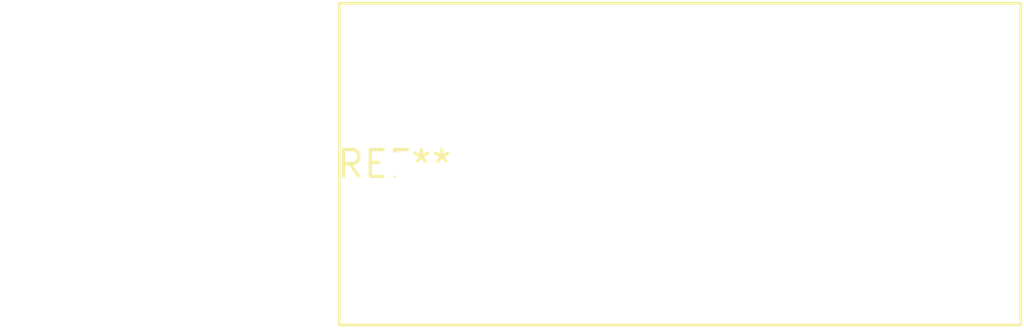
<source format=kicad_pcb>
(kicad_pcb (version 20240108) (generator pcbnew)
  (layers (0 "F.Cu" signal) (31 "B.Cu" signal) (34 "B.Paste" user) (35 "F.Paste" user) (36 "B.SilkS" user "B.Silkscreen") (37 "F.SilkS" user "F.Silkscreen") (38 "B.Mask" user) (39 "F.Mask" user) (44 "Edge.Cuts" user))
  (net 0 "")
  (footprint "C_Rect_L32.0mm_W15.0mm_P27.00mm" (layer "F.Cu") (at 0 0)
    (property "Reference" "REF**")
    (property "Value" "C_Rect_L32.0mm_W15.0mm_P27.00mm")
    (fp_line (start -2.62 -7.62) (end -2.62 7.62) (layer "F.SilkS") (stroke (width 0.12)))
    (fp_line (start -2.62 -7.62) (end 29.62 -7.62) (layer "F.SilkS") (stroke (width 0.12)))
    (fp_line (start -2.62 7.62) (end 29.62 7.62) (layer "F.SilkS") (stroke (width 0.12)))
    (fp_line (start 29.62 -7.62) (end 29.62 7.62) (layer "F.SilkS") (stroke (width 0.12)))
    (pad "1" thru_hole circle (at 0 0) (size 2.2 2.2) (drill 1.1) (layers *.Cu *.Mask) (remove_unused_layers))
    (pad "2" thru_hole circle (at 27 0) (size 2.2 2.2) (drill 1.1) (layers *.Cu *.Mask) (remove_unused_layers))
  )
)
</source>
